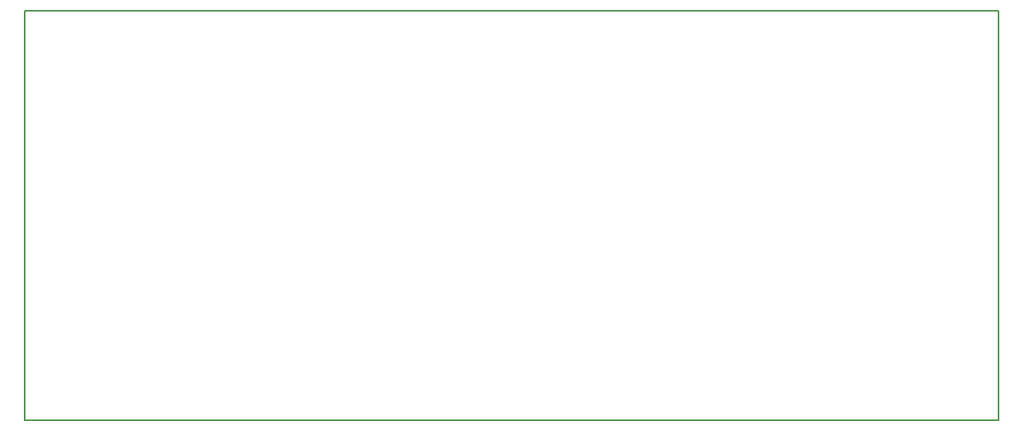
<source format=gbr>
G04 DipTrace 3.3.1.3*
G04 BoardOutline.gbr*
%MOIN*%
G04 #@! TF.FileFunction,Profile*
G04 #@! TF.Part,Single*
%ADD11C,0.005512*%
%FSLAX26Y26*%
G04*
G70*
G90*
G75*
G01*
G04 BoardOutline*
%LPD*%
X4599950Y2162450D2*
D11*
Y393701D1*
X393701D1*
Y2162451D1*
X4599950Y2162450D1*
M02*

</source>
